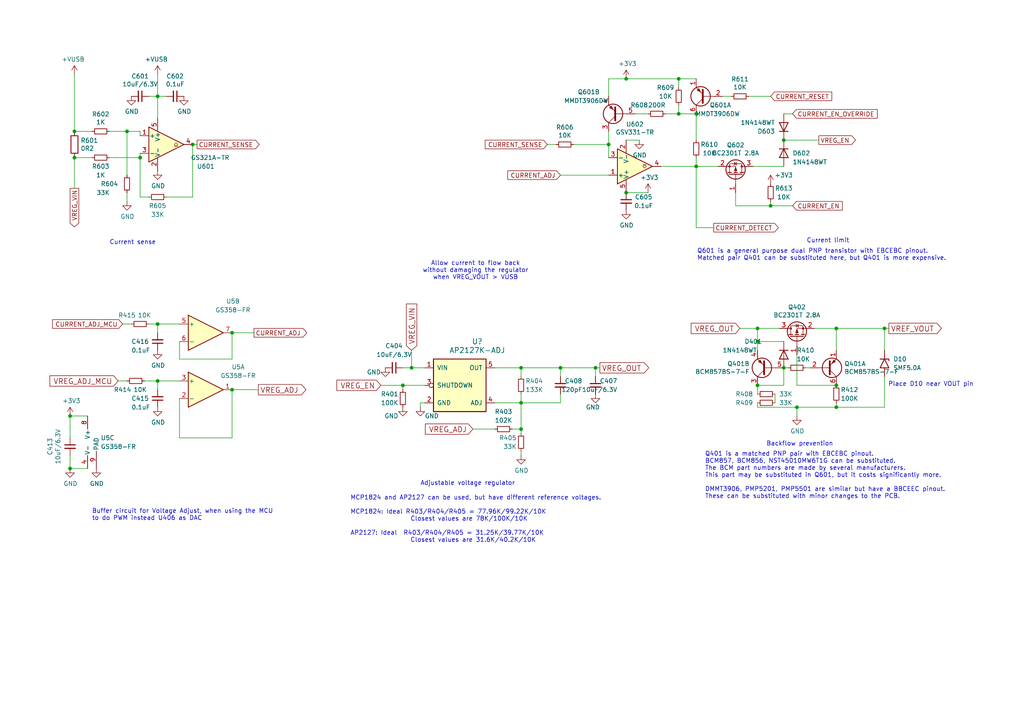
<source format=kicad_sch>
(kicad_sch (version 20231120) (generator "eeschema") (generator_version "8.0")
  (paper "A4")
  (lib_symbols
    (symbol "Amplifier_Operational:LM358_DFN" (pin_names (offset 0.127))
      (property "Reference" "U" (at 0 5.08 0))
      (property "Value" "LM358_DFN" (at 0 -5.08 0))
      (symbol "LM358_DFN_1_1"
        (pin output line (at 7.62 0 180) (length 2.54) (name "~") (number "1"))
        (pin input line (at -7.62 -2.54 0) (length 2.54) (name "-") (number "2"))
        (pin input line (at -7.62 2.54 0) (length 2.54) (name "+") (number "3"))
      )
      (symbol "LM358_DFN_2_1"
        (pin input line (at -7.62 2.54 0) (length 2.54) (name "+") (number "5"))
        (pin input line (at -7.62 -2.54 0) (length 2.54) (name "-") (number "6"))
        (pin output line (at 7.62 0 180) (length 2.54) (name "~") (number "7"))
      )
      (symbol "LM358_DFN_3_1"
        (pin power_in line (at -2.54 -7.62 90) (length 3.81) (name "V-") (number "4"))
        (pin power_in line (at -2.54 7.62 270) (length 3.81) (name "V+") (number "8"))
        (pin power_in line (at 0 -7.62 90) (length 5.08) (name "PAD") (number "9"))
      )
    )
    (symbol "BusPirate-5-rev10-rescue:+3.3V-power" (power) (pin_names (offset 0))
      (property "Value" "+3.3V-power" (at 0 3.556 0))
      (symbol "+3.3V-power_1_1"
        (pin power_in line (at 0 0 90) (length 0) hide (name "+3V3") (number "1"))
      )
    )
    (symbol "Comparator:LMV331" (pin_names (offset 0.127))
      (property "Reference" "U" (at 1.27 5.08 0))
      (property "Value" "LMV331" (at 3.81 -5.08 0))
      (symbol "LMV331_1_1"
        (pin input line (at -7.62 2.54 0) (length 2.54) (name "+") (number "1"))
        (pin power_in line (at -2.54 -7.62 90) (length 3.81) (name "V-") (number "2"))
        (pin input line (at -7.62 -2.54 0) (length 2.54) (name "-") (number "3"))
        (pin open_collector line (at 7.62 0 180) (length 2.54) (name "~") (number "4"))
        (pin power_in line (at -2.54 7.62 270) (length 3.81) (name "V+") (number "5"))
      )
    )
    (symbol "Device:C_Small" (pin_numbers hide) (pin_names (offset 0.254) hide)
      (property "Reference" "C" (at 0.254 1.778 0))
      (property "Value" "C_Small" (at 0.254 -2.032 0))
      (symbol "C_Small_1_1"
        (pin passive line (at 0 2.54 270) (length 2.032) (name "~") (number "1"))
        (pin passive line (at 0 -2.54 90) (length 2.032) (name "~") (number "2"))
      )
    )
    (symbol "Device:R" (pin_numbers hide) (pin_names (offset 0))
      (property "Reference" "R" (at 2.032 0 90))
      (property "Value" "R" (at 0 0 90))
      (symbol "R_1_1"
        (pin passive line (at 0 3.81 270) (length 1.27) (name "~") (number "1"))
        (pin passive line (at 0 -3.81 90) (length 1.27) (name "~") (number "2"))
      )
    )
    (symbol "Device:R_Small" (pin_numbers hide) (pin_names (offset 0.254) hide)
      (property "Reference" "R" (at 0.762 0.508 0))
      (property "Value" "R_Small" (at 0.762 -1.016 0))
      (symbol "R_Small_1_1"
        (pin passive line (at 0 2.54 270) (length 0.762) (name "~") (number "1"))
        (pin passive line (at 0 -2.54 90) (length 0.762) (name "~") (number "2"))
      )
    )
    (symbol "Diode:1N4148WS" (pin_numbers hide) (pin_names hide)
      (property "Reference" "D" (at 0 2.54 0))
      (property "Value" "1N4148WS" (at 0 -2.54 0))
      (symbol "1N4148WS_1_1"
        (pin passive line (at -3.81 0 0) (length 2.54) (name "K") (number "1"))
        (pin passive line (at 3.81 0 180) (length 2.54) (name "A") (number "2"))
      )
    )
    (symbol "Diode:SMAJ5.0A" (pin_numbers hide) (pin_names (offset 1.016) hide)
      (property "Reference" "D" (at 0 2.54 0))
      (property "Value" "SMAJ5.0A" (at 0 -2.54 0))
      (symbol "SMAJ5.0A_1_1"
        (pin passive line (at -3.81 0 0) (length 2.54) (name "A1") (number "1"))
        (pin passive line (at 3.81 0 180) (length 2.54) (name "A2") (number "2"))
      )
    )
    (symbol "Transistor_FET:BSS84" (pin_names hide)
      (property "Reference" "Q" (at 5.08 1.905 0))
      (property "Value" "BSS84" (at 5.08 0 0))
      (symbol "BSS84_1_1"
        (pin input line (at -5.08 0 0) (length 2.54) (name "G") (number "1"))
        (pin passive line (at 2.54 -5.08 90) (length 2.54) (name "S") (number "2"))
        (pin passive line (at 2.54 5.08 270) (length 2.54) (name "D") (number "3"))
      )
    )
    (symbol "dp-power:+VUSB" (power) (pin_names (offset 1.016))
      (property "Value" "+VUSB" (at 0 5.08 0))
      (symbol "+VUSB_1_1"
        (pin power_in line (at 0 0 90) (length 0) hide (name "+VUSB") (number "1"))
      )
    )
    (symbol "dp-vreg:MCP1824" (pin_names (offset 1.016))
      (property "Reference" "U" (at 0 12.7 0))
      (property "Value" "MCP1824" (at 0 10.16 0))
      (symbol "MCP1824_1_1"
        (pin input line (at -10.16 5.08 0) (length 2.54) (name "VIN") (number "1"))
        (pin input line (at -10.16 -5.08 0) (length 2.54) (name "GND") (number "2"))
        (pin input inverted (at -10.16 0 0) (length 2.54) (name "SHUTDOWN") (number "3"))
        (pin input line (at 10.16 -5.08 180) (length 2.54) (name "ADJ") (number "4"))
        (pin power_out line (at 10.16 5.08 180) (length 2.54) (name "OUT") (number "5"))
      )
    )
    (symbol "kicad5-device:Q_DUAL_PNP_PNP_E1B1C2E2B2C1" (pin_names (offset 0) hide)
      (property "Reference" "Q" (at 5.08 1.27 0))
      (property "Value" "Q_DUAL_PNP_PNP_E1B1C2E2B2C1" (at 5.08 -1.27 0))
      (symbol "Q_DUAL_PNP_PNP_E1B1C2E2B2C1_1_1"
        (pin passive line (at 2.54 -5.08 90) (length 2.54) (name "E1") (number "1"))
        (pin input line (at -5.08 0 0) (length 2.54) (name "B1") (number "2"))
        (pin passive line (at 2.54 5.08 270) (length 2.54) (name "C1") (number "6"))
      )
      (symbol "Q_DUAL_PNP_PNP_E1B1C2E2B2C1_2_1"
        (pin passive line (at 2.54 5.08 270) (length 2.54) (name "C2") (number "3"))
        (pin passive line (at 2.54 -5.08 90) (length 2.54) (name "E2") (number "4"))
        (pin input line (at -5.08 0 0) (length 2.54) (name "B2") (number "5"))
      )
    )
    (symbol "power:GND" (power) (pin_names (offset 0))
      (property "Value" "GND" (at 0 -3.81 0))
      (symbol "GND_1_1"
        (pin power_in line (at 0 0 270) (length 0) hide (name "GND") (number "1"))
      )
    )
  )
  (junction (at 219.71 95.25))
  (junction (at 201.93 48.26))
  (junction (at 151.13 106.68))
  (junction (at 227.33 40.64))
  (junction (at 242.57 111.76))
  (junction (at 201.93 33.02))
  (junction (at 231.14 118.11))
  (junction (at 162.56 106.68))
  (junction (at 116.84 111.76))
  (junction (at 219.71 111.76))
  (junction (at 242.57 95.25))
  (junction (at 256.54 95.25))
  (junction (at 20.32 120.65))
  (junction (at 181.61 22.86))
  (junction (at 196.85 33.02))
  (junction (at 45.72 27.94))
  (junction (at 21.59 38.1))
  (junction (at 67.31 113.03))
  (junction (at 40.64 45.72))
  (junction (at 151.13 124.46))
  (junction (at 45.72 93.98))
  (junction (at 119.38 106.68))
  (junction (at 45.72 110.49))
  (junction (at 181.61 55.88))
  (junction (at 172.72 106.68))
  (junction (at 219.71 99.06))
  (junction (at 55.88 41.91))
  (junction (at 242.57 118.11))
  (junction (at 20.32 135.89))
  (junction (at 176.53 41.91))
  (junction (at 227.33 106.68))
  (junction (at 36.83 38.1))
  (junction (at 151.13 116.84))
  (junction (at 196.85 22.86))
  (junction (at 21.59 45.72))
  (junction (at 67.31 96.52))
  (junction (at 223.52 59.69))
  (wire (pts (xy 213.36 59.69) (xy 213.36 55.88)))
  (wire (pts (xy 227.33 106.68) (xy 227.33 111.76)))
  (wire (pts (xy 26.67 45.72) (xy 21.59 45.72)))
  (wire (pts (xy 151.13 132.08) (xy 151.13 130.81)))
  (wire (pts (xy 176.53 50.8) (xy 162.56 50.8)))
  (wire (pts (xy 20.32 132.08) (xy 20.32 135.89)))
  (wire (pts (xy 67.31 127) (xy 67.31 113.03)))
  (wire (pts (xy 176.53 41.91) (xy 176.53 45.72)))
  (wire (pts (xy 52.07 110.49) (xy 45.72 110.49)))
  (wire (pts (xy 223.52 27.94) (xy 217.17 27.94)))
  (wire (pts (xy 151.13 125.73) (xy 151.13 124.46)))
  (wire (pts (xy 20.32 120.65) (xy 20.32 127)))
  (wire (pts (xy 166.37 41.91) (xy 176.53 41.91)))
  (wire (pts (xy 181.61 22.86) (xy 176.53 22.86)))
  (wire (pts (xy 31.75 38.1) (xy 36.83 38.1)))
  (wire (pts (xy 233.68 106.68) (xy 234.95 106.68)))
  (wire (pts (xy 161.29 41.91) (xy 158.75 41.91)))
  (wire (pts (xy 151.13 116.84) (xy 162.56 116.84)))
  (wire (pts (xy 242.57 111.76) (xy 231.14 111.76)))
  (wire (pts (xy 191.77 48.26) (xy 201.93 48.26)))
  (wire (pts (xy 45.72 93.98) (xy 45.72 96.52)))
  (wire (pts (xy 123.19 116.84) (xy 121.92 116.84)))
  (wire (pts (xy 40.64 38.1) (xy 40.64 39.37)))
  (wire (pts (xy 67.31 104.14) (xy 67.31 96.52)))
  (wire (pts (xy 40.64 57.15) (xy 40.64 45.72)))
  (wire (pts (xy 45.72 27.94) (xy 45.72 21.59)))
  (wire (pts (xy 21.59 38.1) (xy 21.59 21.59)))
  (wire (pts (xy 151.13 116.84) (xy 151.13 114.3)))
  (wire (pts (xy 116.84 111.76) (xy 110.49 111.76)))
  (wire (pts (xy 187.96 33.02) (xy 184.15 33.02)))
  (wire (pts (xy 193.04 33.02) (xy 196.85 33.02)))
  (wire (pts (xy 151.13 109.22) (xy 151.13 106.68)))
  (wire (pts (xy 226.06 95.25) (xy 219.71 95.25)))
  (wire (pts (xy 172.72 106.68) (xy 173.99 106.68)))
  (wire (pts (xy 231.14 120.65) (xy 231.14 118.11)))
  (wire (pts (xy 196.85 33.02) (xy 201.93 33.02)))
  (wire (pts (xy 43.18 57.15) (xy 40.64 57.15)))
  (wire (pts (xy 201.93 66.04) (xy 201.93 48.26)))
  (wire (pts (xy 36.83 55.88) (xy 36.83 58.42)))
  (wire (pts (xy 256.54 95.25) (xy 257.81 95.25)))
  (wire (pts (xy 55.88 41.91) (xy 55.88 57.15)))
  (wire (pts (xy 137.16 124.46) (xy 143.51 124.46)))
  (wire (pts (xy 256.54 118.11) (xy 242.57 118.11)))
  (wire (pts (xy 21.59 45.72) (xy 21.59 54.61)))
  (wire (pts (xy 55.88 57.15) (xy 48.26 57.15)))
  (wire (pts (xy 67.31 96.52) (xy 73.66 96.52)))
  (wire (pts (xy 52.07 99.06) (xy 52.07 104.14)))
  (wire (pts (xy 236.22 95.25) (xy 242.57 95.25)))
  (wire (pts (xy 143.51 106.68) (xy 151.13 106.68)))
  (wire (pts (xy 213.36 59.69) (xy 223.52 59.69)))
  (wire (pts (xy 229.87 59.69) (xy 223.52 59.69)))
  (wire (pts (xy 181.61 22.86) (xy 196.85 22.86)))
  (wire (pts (xy 219.71 101.6) (xy 219.71 99.06)))
  (wire (pts (xy 162.56 116.84) (xy 162.56 114.3)))
  (wire (pts (xy 242.57 116.84) (xy 242.57 118.11)))
  (wire (pts (xy 196.85 22.86) (xy 201.93 22.86)))
  (wire (pts (xy 151.13 106.68) (xy 162.56 106.68)))
  (wire (pts (xy 40.64 44.45) (xy 40.64 45.72)))
  (wire (pts (xy 214.63 95.25) (xy 219.71 95.25)))
  (wire (pts (xy 181.61 55.88) (xy 187.96 55.88)))
  (wire (pts (xy 201.93 48.26) (xy 201.93 45.72)))
  (wire (pts (xy 218.44 48.26) (xy 227.33 48.26)))
  (wire (pts (xy 119.38 101.6) (xy 119.38 106.68)))
  (wire (pts (xy 231.14 118.11) (xy 219.71 118.11)))
  (wire (pts (xy 172.72 106.68) (xy 172.72 109.22)))
  (wire (pts (xy 55.88 41.91) (xy 57.15 41.91)))
  (wire (pts (xy 151.13 124.46) (xy 151.13 116.84)))
  (wire (pts (xy 212.09 27.94) (xy 209.55 27.94)))
  (wire (pts (xy 181.61 40.64) (xy 185.42 40.64)))
  (wire (pts (xy 207.01 66.04) (xy 201.93 66.04)))
  (wire (pts (xy 237.49 40.64) (xy 227.33 40.64)))
  (wire (pts (xy 219.71 111.76) (xy 219.71 114.3)))
  (wire (pts (xy 176.53 27.94) (xy 176.53 22.86)))
  (wire (pts (xy 45.72 113.03) (xy 45.72 110.49)))
  (wire (pts (xy 52.07 115.57) (xy 52.07 127)))
  (wire (pts (xy 224.79 114.3) (xy 224.79 116.84)))
  (wire (pts (xy 116.84 106.68) (xy 119.38 106.68)))
  (wire (pts (xy 116.84 113.03) (xy 116.84 111.76)))
  (wire (pts (xy 52.07 127) (xy 67.31 127)))
  (wire (pts (xy 143.51 116.84) (xy 151.13 116.84)))
  (wire (pts (xy 26.67 38.1) (xy 21.59 38.1)))
  (wire (pts (xy 231.14 111.76) (xy 231.14 102.87)))
  (wire (pts (xy 45.72 93.98) (xy 52.07 93.98)))
  (wire (pts (xy 119.38 106.68) (xy 123.19 106.68)))
  (wire (pts (xy 52.07 104.14) (xy 67.31 104.14)))
  (wire (pts (xy 148.59 124.46) (xy 151.13 124.46)))
  (wire (pts (xy 176.53 38.1) (xy 176.53 41.91)))
  (wire (pts (xy 227.33 99.06) (xy 219.71 99.06)))
  (wire (pts (xy 36.83 50.8) (xy 36.83 38.1)))
  (wire (pts (xy 45.72 110.49) (xy 41.91 110.49)))
  (wire (pts (xy 74.93 113.03) (xy 67.31 113.03)))
  (wire (pts (xy 123.19 111.76) (xy 116.84 111.76)))
  (wire (pts (xy 201.93 40.64) (xy 201.93 33.02)))
  (wire (pts (xy 196.85 25.4) (xy 196.85 22.86)))
  (wire (pts (xy 256.54 95.25) (xy 256.54 101.6)))
  (wire (pts (xy 219.71 111.76) (xy 227.33 111.76)))
  (wire (pts (xy 242.57 95.25) (xy 242.57 101.6)))
  (wire (pts (xy 162.56 109.22) (xy 162.56 106.68)))
  (wire (pts (xy 162.56 106.68) (xy 172.72 106.68)))
  (wire (pts (xy 208.28 48.26) (xy 201.93 48.26)))
  (wire (pts (xy 219.71 116.84) (xy 219.71 118.11)))
  (wire (pts (xy 36.83 110.49) (xy 34.29 110.49)))
  (wire (pts (xy 228.6 106.68) (xy 227.33 106.68)))
  (wire (pts (xy 40.64 45.72) (xy 31.75 45.72)))
  (wire (pts (xy 196.85 30.48) (xy 196.85 33.02)))
  (wire (pts (xy 219.71 99.06) (xy 219.71 95.25)))
  (wire (pts (xy 43.18 27.94) (xy 45.72 27.94)))
  (wire (pts (xy 36.83 38.1) (xy 40.64 38.1)))
  (wire (pts (xy 256.54 109.22) (xy 256.54 118.11)))
  (wire (pts (xy 20.32 120.65) (xy 25.4 120.65)))
  (wire (pts (xy 45.72 27.94) (xy 45.72 34.29)))
  (wire (pts (xy 223.52 58.42) (xy 223.52 59.69)))
  (wire (pts (xy 43.18 93.98) (xy 45.72 93.98)))
  (wire (pts (xy 229.87 33.02) (xy 227.33 33.02)))
  (wire (pts (xy 121.92 116.84) (xy 121.92 118.11)))
  (wire (pts (xy 242.57 95.25) (xy 256.54 95.25)))
  (wire (pts (xy 45.72 27.94) (xy 48.26 27.94)))
  (wire (pts (xy 242.57 118.11) (xy 231.14 118.11)))
  (wire (pts (xy 20.32 135.89) (xy 25.4 135.89)))
  (wire (pts (xy 38.1 93.98) (xy 35.56 93.98)))
  (text "Adjustable voltage regulator" (at 121.92 140.97 0) (effects (font (size 1.27 1.27)) (justify left bottom)))
  (text "Backflow prevention" (at 222.25 129.54 0) (effects (font (size 1.27 1.27)) (justify left bottom)))
  (text "Q401 is a matched PNP pair with EBCEBC pinout.\nBCM857, BCM856, NST45010MW6T1G can be substituted. \nThe BCM part numbers are made by several manufacturers.\nThis part may be substituted in Q601, but it costs significantly more.\n\nDMMT3906, PMP5201, PMP5501 are similar but have a BBCEEC pinout.\nThese can be substituted with minor changes to the PCB." (at 204.47 144.78 0) (effects (font (size 1.27 1.27)) (justify left bottom)))
  (text "Current sense" (at 31.75 71.12 0) (effects (font (size 1.27 1.27)) (justify left bottom)))
  (text "Place D10 near VOUT pin" (at 270.002 111.506 0) (effects (font (size 1.27 1.27))))
  (text "Allow current to flow back\nwithout damaging the regulator\nwhen VREG_VOUT > VUSB" (at 137.922 78.486 0) (effects (font (size 1.27 1.27))))
  (text "MCP1824 and AP2127 can be used, but have different reference voltages.\n\nMCP1824: Ideal R403/R404/R405 = 77.96K/99.22K/10K\n                  Closest values are 78K/100K/10K\n\nAP2127: Ideal  R403/R404/R405 = 31.25K/39.77K/10K\n                  Closest values are 31.6K/40.2K/10K" (at 101.6 157.48 0) (effects (font (size 1.27 1.27)) (justify left bottom)))
  (text "Current limit" (at 233.934 70.612 0) (effects (font (size 1.27 1.27)) (justify left bottom)))
  (text "Buffer circuit for Voltage Adjust, when using the MCU\nto do PWM instead U406 as DAC" (at 26.67 151.13 0) (effects (font (size 1.27 1.27)) (justify left bottom)))
  (text "Q601 is a general purpose dual PNP transistor with EBCEBC pinout. \nMatched pair Q401 can be substituted here, but Q401 is more expensive.\n" (at 202.184 75.692 0) (effects (font (size 1.27 1.27)) (justify left bottom)))
  (global_label "CURRENT_ADJ" (shape input) (at 162.56 50.8 180) (property "Intersheetrefs" "${INTERSHEET_REFS}" (effects (hide yes))))
  (global_label "VREG_OUT" (shape input) (at 214.63 95.25 180) (effects (font (size 1.524 1.524))) (property "Intersheetrefs" "${INTERSHEET_REFS}" (effects (hide yes))))
  (global_label "VREG_VIN" (shape output) (at 21.59 54.61 270) (property "Intersheetrefs" "${INTERSHEET_REFS}" (effects (hide yes))))
  (global_label "VREG_ADJ" (shape output) (at 74.93 113.03 0) (effects (font (size 1.524 1.524))) (property "Intersheetrefs" "${INTERSHEET_REFS}" (effects (hide yes))))
  (global_label "CURRENT_ADJ" (shape output) (at 73.66 96.52 0) (property "Intersheetrefs" "${INTERSHEET_REFS}" (effects (hide yes))))
  (global_label "CURRENT_DETECT" (shape output) (at 207.01 66.04 0) (property "Intersheetrefs" "${INTERSHEET_REFS}" (effects (hide yes))))
  (global_label "VREG_ADJ" (shape input) (at 137.16 124.46 180) (effects (font (size 1.524 1.524))) (property "Intersheetrefs" "${INTERSHEET_REFS}" (effects (hide yes))))
  (global_label "VREG_EN" (shape output) (at 237.49 40.64 0) (property "Intersheetrefs" "${INTERSHEET_REFS}" (effects (hide yes))))
  (global_label "VREG_OUT" (shape output) (at 173.99 106.68 0) (effects (font (size 1.524 1.524))) (property "Intersheetrefs" "${INTERSHEET_REFS}" (effects (hide yes))))
  (global_label "VREF_VOUT" (shape output) (at 257.81 95.25 0) (effects (font (size 1.524 1.524))) (property "Intersheetrefs" "${INTERSHEET_REFS}" (effects (hide yes))))
  (global_label "CURRENT_SENSE" (shape input) (at 158.75 41.91 180) (property "Intersheetrefs" "${INTERSHEET_REFS}" (effects (hide yes))))
  (global_label "VREG_EN" (shape input) (at 110.49 111.76 180) (effects (font (size 1.524 1.524))) (property "Intersheetrefs" "${INTERSHEET_REFS}" (effects (hide yes))))
  (global_label "VREG_ADJ_MCU" (shape input) (at 34.29 110.49 180) (effects (font (size 1.524 1.524))) (property "Intersheetrefs" "${INTERSHEET_REFS}" (effects (hide yes))))
  (global_label "CURRENT_SENSE" (shape output) (at 57.15 41.91 0) (property "Intersheetrefs" "${INTERSHEET_REFS}" (effects (hide yes))))
  (global_label "VREG_VIN" (shape input) (at 119.38 101.6 90) (effects (font (size 1.524 1.524))) (property "Intersheetrefs" "${INTERSHEET_REFS}" (effects (hide yes))))
  (global_label "CURRENT_EN" (shape input) (at 229.87 59.69 0) (property "Intersheetrefs" "${INTERSHEET_REFS}" (effects (hide yes))))
  (global_label "CURRENT_EN_OVERRIDE" (shape input) (at 229.87 33.02 0) (property "Intersheetrefs" "${INTERSHEET_REFS}" (effects (hide yes))))
  (global_label "CURRENT_RESET" (shape input) (at 223.52 27.94 0) (property "Intersheetrefs" "${INTERSHEET_REFS}" (effects (hide yes))))
  (global_label "CURRENT_ADJ_MCU" (shape input) (at 35.56 93.98 180) (property "Intersheetrefs" "${INTERSHEET_REFS}" (effects (hide yes))))
  (symbol (lib_id "dp-vreg:MCP1824") (at 133.35 111.76 0) (unit 1)
    (property "Reference" "U?" (at 138.43 99.06 0) (effects (font (size 1.524 1.524))))
    (property "Value" "AP2127K-ADJ" (at 138.43 101.6 0) (effects (font (size 1.524 1.524))))
    (property "Footprint" "Package_TO_SOT_SMD:SOT-23-5" (effects (hide yes)))
    (property "RMB" "2.68" (effects (hide yes)))
    (property "Supplier" " https://item.szlcsc.com/157049.html" (effects (hide yes)))
    (property "szlcsc_partnumber" "C96343" (effects (hide yes)))
    (property "szlcsc_url" "https://item.szlcsc.com/97547.html?fromZone=s_s__%2522AP2127K-ADJ%2522&spm=sc.gb.xh1.zy.n___sc.gb.hd.ss&lcsc_vid=RlENUlJWE1QKBlBWRAVaUFNTT1leBQZXRFNcVAVQQVAxVlNSRFRcV1ZTQFNZVDsOAxUeFF5JWAgaAglIBBsCBBcFWQIBCks%3D" (effects (hide yes)))
    (instances (project "REV0" (path "" (reference "U?") (unit 1)) (path "" (reference "U403") (unit 1))))
  )
  (symbol (lib_id "power:GND") (at 121.92 118.11 0) (unit 1)
    (property "Reference" "#PWR0412" (effects (hide yes)))
    (property "Value" "GND" (at 123.19 120.65 0) (effects (justify left)))
  )
  (symbol (lib_id "Device:C_Small") (at 172.72 111.76 0) (unit 1)
    (property "Reference" "C407" (at 179.07 110.49 0) (effects (justify right)))
    (property "Value" "10uF/6.3V" (at 179.07 113.03 0) (effects (justify right)))
    (property "Footprint" "Capacitor_SMD:C_0402_1005Metric" (effects (hide yes)))
    (property "Description" "CL05A106MQ5NUNC" (effects (hide yes)))
    (property "RMB" "0.037726" (effects (hide yes)))
    (property "Supplier" "https://item.szlcsc.com/1877.html" (effects (hide yes)))
    (property "MANUFACTURER" "Samsung" (effects (hide yes)))
    (property "szlcsc_partnumber" "C15525" (effects (hide yes)))
    (property "szlcsc_url" "https://item.szlcsc.com/16204.html?fromZone=s_s__%2522CL05A106MQ5NUNC%2522&spm=sc.gb.xh1.zy.n___sc.gb.hd.ss&lcsc_vid=RlENUlJWE1QKBlBWRAVaUFNTT1leBQZXRFNcVAVQQVAxVlNSRFRfXlxWQ1hXUDsOAxUeFF5JWAgaAglIBBsCBBcFWQIBCks%3D" (effects (hide yes)))
  )
  (symbol (lib_id "power:GND") (at 172.72 114.3 0) (unit 1)
    (property "Reference" "#PWR0419" (effects (hide yes)))
    (property "Value" "GND" (at 173.99 118.11 0) (effects (justify right)))
  )
  (symbol (lib_id "Device:C_Small") (at 114.3 106.68 270) (unit 1)
    (property "Reference" "C404" (at 114.3 100.33 90))
    (property "Value" "10uF/6.3V" (at 114.3 102.87 90))
    (property "Footprint" "Capacitor_SMD:C_0402_1005Metric" (effects (hide yes)))
    (property "Description" "CL05A106MQ5NUNC" (effects (hide yes)))
    (property "RMB" "0.037726" (effects (hide yes)))
    (property "Supplier" "https://item.szlcsc.com/1877.html" (effects (hide yes)))
    (property "MANUFACTURER" "Samsung" (effects (hide yes)))
    (property "szlcsc_partnumber" "C15525" (effects (hide yes)))
    (property "szlcsc_url" "https://item.szlcsc.com/16204.html?fromZone=s_s__%2522CL05A106MQ5NUNC%2522&spm=sc.gb.xh1.zy.n___sc.gb.hd.ss&lcsc_vid=RlENUlJWE1QKBlBWRAVaUFNTT1leBQZXRFNcVAVQQVAxVlNSRFRfXlxWQ1hXUDsOAxUeFF5JWAgaAglIBBsCBBcFWQIBCks%3D" (effects (hide yes)))
  )
  (symbol (lib_id "power:GND") (at 111.76 106.68 0) (unit 1)
    (property "Reference" "#PWR0410" (effects (hide yes)))
    (property "Value" "GND" (at 110.49 107.95 0) (effects (justify right)))
  )
  (symbol (lib_id "Device:R_Small") (at 116.84 115.57 0) (unit 1)
    (property "Reference" "R401" (at 115.57 114.3 0) (effects (justify right)))
    (property "Value" "100K" (at 115.57 116.84 0) (effects (justify right)))
    (property "Footprint" "Resistor_SMD:R_0402_1005Metric" (effects (hide yes)))
    (property "RMB" "0.005749" (effects (hide yes)))
    (property "Supplier" "https://item.szlcsc.com/61543.html" (effects (hide yes)))
    (property "szlcsc_partnumber" "C25741" (effects (hide yes)))
    (property "szlcsc_url" "https://item.szlcsc.com/26484.html?fromZone=s_s__%2522100K%25200402%2522&spm=sc.gb.xh1.zy.n&lcsc_vid=RlENUlJWE1QKBlBWRAVaUFNTT1leBQZXRFNcVAVQQVAxVlNSRFRcV1ZTQFNZVDsOAxUeFF5JWAgaAglIBBsCBBcFWQIBCks%3D" (effects (hide yes)))
  )
  (symbol (lib_id "power:GND") (at 116.84 118.11 0) (unit 1)
    (property "Reference" "#PWR0411" (effects (hide yes)))
    (property "Value" "GND" (at 115.57 120.65 0) (effects (justify right)))
  )
  (symbol (lib_id "Device:R_Small") (at 151.13 111.76 0) (unit 1)
    (property "Reference" "R404" (at 152.4 110.49 0) (effects (justify left)))
    (property "Value" "133K" (at 152.4 113.03 0) (effects (justify left)))
    (property "Footprint" "Resistor_SMD:R_0402_1005Metric" (effects (hide yes)))
    (property "RMB" "0.005749" (effects (hide yes)))
    (property "Supplier" "https://item.szlcsc.com/61543.html" (effects (hide yes)))
    (property "szlcsc_partnumber" "C25753" (effects (hide yes)))
    (property "szlcsc_url" "https://item.szlcsc.com/26496.html?fromZone=s_s__%2522133K%25200402%2522&spm=sc.gb.xh4.zy.n___sc.gb.hd.ss&lcsc_vid=RlENUlJWE1QKBlBWRAVaUFNTT1leBQZXRFNcVAVQQVAxVlNSRFRcV1ZTQFNZVDsOAxUeFF5JWAgaAglIBBsCBBcFWQIBCks%3D" (effects (hide yes)))
  )
  (symbol (lib_id "Device:R_Small") (at 151.13 128.27 0) (unit 1)
    (property "Reference" "R405" (at 149.86 127 0) (effects (justify right)))
    (property "Value" "33K" (at 149.86 129.54 0) (effects (justify right)))
    (property "Footprint" "Resistor_SMD:R_0402_1005Metric" (effects (hide yes)))
    (property "RMB" "0.004864" (effects (hide yes)))
    (property "Supplier" "https://item.szlcsc.com/61542.html" (effects (hide yes)))
    (property "szlcsc_partnumber" "C25779" (effects (hide yes)))
    (property "szlcsc_url" "https://item.szlcsc.com/26522.html?fromZone=s_s__%252233K%25200402%2522&spm=sc.gb.xh2.zy.n___sc.gb.hd.ss&lcsc_vid=RlENUlJWE1QKBlBWRAVaUFNTT1leBQZXRFNcVAVQQVAxVlNSRFRcV1ZTQFNZVDsOAxUeFF5JWAgaAglIBBsCBBcFWQIBCks%3D" (effects (hide yes)))
  )
  (symbol (lib_id "Device:R_Small") (at 146.05 124.46 90) (unit 1)
    (property "Reference" "R403" (at 146.05 119.38 90))
    (property "Value" "102K" (at 146.05 121.92 90))
    (property "Footprint" "Resistor_SMD:R_0402_1005Metric" (effects (hide yes)))
    (property "RMB" "0.005944" (effects (hide yes)))
    (property "Supplier" "https://item.szlcsc.com/174835.html" (effects (hide yes)))
    (property "szlcsc_partnumber" "C26991" (effects (hide yes)))
    (property "szlcsc_url" "https://item.szlcsc.com/27740.html?fromZone=s_s__%2522102K%25200402%2522&spm=sc.gb.xh3.zy.n___sc.gb.hd.ss&lcsc_vid=RlENUlJWE1QKBlBWRAVaUFNTT1leBQZXRFNcVAVQQVAxVlNSRFRcV1ZTQFNZVDsOAxUeFF5JWAgaAglIBBsCBBcFWQIBCks%3D" (effects (hide yes)))
  )
  (symbol (lib_id "power:GND") (at 151.13 132.08 0) (unit 1)
    (property "Reference" "#PWR0417" (effects (hide yes)))
    (property "Value" "GND" (at 151.257 136.4742 0))
  )
  (symbol (lib_id "Device:R_Small") (at 29.21 38.1 270) (unit 1)
    (property "Reference" "R602" (at 29.21 33.1216 90))
    (property "Value" "1K" (at 29.21 35.433 90))
    (property "Footprint" "Resistor_SMD:R_0402_1005Metric" (effects (hide yes)))
    (property "RMB" "0.005622" (effects (hide yes)))
    (property "Supplier" "https://item.szlcsc.com/107450.html" (effects (hide yes)))
    (property "szlcsc_partnumber" "C11702" (effects (hide yes)))
    (property "szlcsc_url" "https://item.szlcsc.com/12256.html?fromZone=s_s__%25221K%25200402%2522&spm=sc.gb.xh1.zy.n&lcsc_vid=RlENUlJWE1QKBlBWRAVaUFNTT1leBQZXRFNcVAVQQVAxVlNSRFRcV1VURlNcVTsOAxUeFF5JWAgaAglIBBsCBBcFWQIBCks%3D" (effects (hide yes)))
  )
  (symbol (lib_id "Device:R") (at 21.59 41.91 0) (unit 1)
    (property "Reference" "R601" (at 23.368 40.7416 0) (effects (justify left)))
    (property "Value" "0R2" (at 23.368 43.053 0) (effects (justify left)))
    (property "Footprint" "Resistor_SMD:R_2512_6332Metric_Pad1.40x3.35mm_HandSolder" (effects (hide yes)))
    (property "RMB" "0.418328" (effects (hide yes)))
    (property "Supplier" "https://item.szlcsc.com/464030.html" (effects (hide yes)))
  )
  (symbol (lib_id "Device:R_Small") (at 29.21 45.72 270) (unit 1)
    (property "Reference" "R603" (at 29.21 48.26 90))
    (property "Value" "1K" (at 29.21 50.8 90))
    (property "Footprint" "Resistor_SMD:R_0402_1005Metric" (effects (hide yes)))
    (property "RMB" "0.005622" (effects (hide yes)))
    (property "Supplier" "https://item.szlcsc.com/107450.html" (effects (hide yes)))
    (property "szlcsc_partnumber" "C11702" (effects (hide yes)))
    (property "szlcsc_url" "https://item.szlcsc.com/12256.html?fromZone=s_s__%25221K%25200402%2522&spm=sc.gb.xh1.zy.n&lcsc_vid=RlENUlJWE1QKBlBWRAVaUFNTT1leBQZXRFNcVAVQQVAxVlNSRFRcV1VURlNcVTsOAxUeFF5JWAgaAglIBBsCBBcFWQIBCks%3D" (effects (hide yes)))
  )
  (symbol (lib_id "Device:R_Small") (at 36.83 53.34 180) (unit 1)
    (property "Reference" "R604" (at 29.21 53.34 0) (effects (justify right)))
    (property "Value" "33K" (at 27.94 55.88 0) (effects (justify right)))
    (property "Footprint" "Resistor_SMD:R_0402_1005Metric" (effects (hide yes)))
    (property "RMB" "0.005541" (effects (hide yes)))
    (property "Supplier" "https://item.szlcsc.com/141563.html" (effects (hide yes)))
    (property "szlcsc_partnumber" "C25779" (effects (hide yes)))
    (property "szlcsc_url" "https://item.szlcsc.com/26522.html?fromZone=s_s__%252233K%25200402%2522&spm=sc.gb.xh2.zy.n___sc.gb.hd.ss&lcsc_vid=RlENUlJWE1QKBlBWRAVaUFNTT1leBQZXRFNcVAVQQVAxVlNSRFRcV1ZTQFNZVDsOAxUeFF5JWAgaAglIBBsCBBcFWQIBCks%3D" (effects (hide yes)))
  )
  (symbol (lib_id "power:GND") (at 36.83 58.42 0) (unit 1)
    (property "Reference" "#PWR0602" (effects (hide yes)))
    (property "Value" "GND" (at 36.957 62.8142 0))
  )
  (symbol (lib_id "power:GND") (at 45.72 49.53 0) (unit 1)
    (property "Reference" "#PWR0605" (effects (hide yes)))
    (property "Value" "GND" (at 45.847 53.9242 0))
  )
  (symbol (lib_id "Device:R_Small") (at 45.72 57.15 270) (unit 1)
    (property "Reference" "R605" (at 45.72 59.69 90))
    (property "Value" "33K" (at 45.72 62.23 90))
    (property "Footprint" "Resistor_SMD:R_0402_1005Metric" (effects (hide yes)))
    (property "RMB" "0.005541" (effects (hide yes)))
    (property "Supplier" "https://item.szlcsc.com/141563.html" (effects (hide yes)))
    (property "szlcsc_partnumber" "C25779" (effects (hide yes)))
    (property "szlcsc_url" "https://item.szlcsc.com/26522.html?fromZone=s_s__%252233K%25200402%2522&spm=sc.gb.xh2.zy.n___sc.gb.hd.ss&lcsc_vid=RlENUlJWE1QKBlBWRAVaUFNTT1leBQZXRFNcVAVQQVAxVlNSRFRcV1ZTQFNZVDsOAxUeFF5JWAgaAglIBBsCBBcFWQIBCks%3D" (effects (hide yes)))
  )
  (symbol (lib_id "Device:C_Small") (at 50.8 27.94 270) (unit 1)
    (property "Reference" "C602" (at 50.8 22.1234 90))
    (property "Value" "0.1uF" (at 50.8 24.4348 90))
    (property "Footprint" "Capacitor_SMD:C_0402_1005Metric" (effects (hide yes)))
    (property "RMB" "0.00628" (effects (hide yes)))
    (property "Supplier" "https://item.szlcsc.com/1877.html" (effects (hide yes)))
    (property "szlcsc_partnumber" "C1525" (effects (hide yes)))
    (property "szlcsc_url" "https://item.szlcsc.com/1877.html?fromZone=s_s__%25220.1uF%25200402%2522&spm=sc.gb.xh2.zy.n&lcsc_vid=RlENUlJWE1QKBlBWRAVaUFNTT1leBQZXRFNcVAVQQVAxVlNSRFRfXlBUQ1ZeVzsOAxUeFF5JWAgaAglIBBsCBBcFWQIBCks%3D" (effects (hide yes)))
  )
  (symbol (lib_id "Device:C_Small") (at 40.64 27.94 270) (unit 1)
    (property "Reference" "C601" (at 40.64 22.1234 90))
    (property "Value" "10uF/6.3V" (at 40.64 24.4348 90))
    (property "Footprint" "Capacitor_SMD:C_0402_1005Metric" (effects (hide yes)))
    (property "Description" "CL05A106MQ5NUNC" (effects (hide yes)))
    (property "RMB" "0.043101" (effects (hide yes)))
    (property "Supplier" "https://item.szlcsc.com/108589.html" (effects (hide yes)))
    (property "MANUFACTURER" "Samsung" (effects (hide yes)))
    (property "szlcsc_partnumber" "C15525" (effects (hide yes)))
    (property "szlcsc_url" "https://item.szlcsc.com/16204.html?fromZone=s_s__%2522CL05A106MQ5NUNC%2522&spm=sc.gb.xh1.zy.n___sc.gb.hd.ss&lcsc_vid=RlENUlJWE1QKBlBWRAVaUFNTT1leBQZXRFNcVAVQQVAxVlNSRFRfXlxWQ1hXUDsOAxUeFF5JWAgaAglIBBsCBBcFWQIBCks%3D" (effects (hide yes)))
  )
  (symbol (lib_id "power:GND") (at 53.34 27.94 0) (unit 1)
    (property "Reference" "#PWR0606" (effects (hide yes)))
    (property "Value" "GND" (at 53.467 32.3342 0))
  )
  (symbol (lib_id "power:GND") (at 38.1 27.94 0) (unit 1)
    (property "Reference" "#PWR0603" (effects (hide yes)))
    (property "Value" "GND" (at 38.227 32.3342 0))
  )
  (symbol (lib_id "Device:R_Small") (at 163.83 41.91 270) (unit 1)
    (property "Reference" "R606" (at 163.83 36.9316 90))
    (property "Value" "10K" (at 163.83 39.243 90))
    (property "Footprint" "Resistor_SMD:R_0402_1005Metric" (effects (hide yes)))
    (property "szlcsc_partnumber" "C25744" (effects (hide yes)))
    (property "szlcsc_url" "https://item.szlcsc.com/26487.html?fromZone=s_s__%252210K%25200402%2522&spm=sc.gb.xh1.zy.n___sc.gb.hd.ss&lcsc_vid=RlENUlJWE1QKBlBWRAVaUFNTT1leBQZXRFNcVAVQQVAxVlNSRFRcV1ZTQFNZVDsOAxUeFF5JWAgaAglIBBsCBBcFWQIBCks%3D" (effects (hide yes)))
  )
  (symbol (lib_id "BusPirate-5-rev10-rescue:+3.3V-power") (at 181.61 22.86 0) (unit 1)
    (property "Reference" "#PWR0609" (effects (hide yes)))
    (property "Value" "+3V3" (at 181.991 18.4658 0))
  )
  (symbol (lib_id "Device:C_Small") (at 181.61 58.42 0) (unit 1)
    (property "Reference" "C605" (at 186.69 57.15 0))
    (property "Value" "0.1uF" (at 186.69 59.69 0))
    (property "Footprint" "Capacitor_SMD:C_0402_1005Metric" (effects (hide yes)))
    (property "RMB" "0.00628" (effects (hide yes)))
    (property "Supplier" "https://item.szlcsc.com/1877.html" (effects (hide yes)))
    (property "szlcsc_partnumber" "C1525" (effects (hide yes)))
    (property "szlcsc_url" "https://item.szlcsc.com/1877.html?fromZone=s_s__%25220.1uF%25200402%2522&spm=sc.gb.xh2.zy.n&lcsc_vid=RlENUlJWE1QKBlBWRAVaUFNTT1leBQZXRFNcVAVQQVAxVlNSRFRfXlBUQ1ZeVzsOAxUeFF5JWAgaAglIBBsCBBcFWQIBCks%3D" (effects (hide yes)))
  )
  (symbol (lib_id "power:GND") (at 181.61 60.96 0) (unit 1)
    (property "Reference" "#PWR0610" (effects (hide yes)))
    (property "Value" "GND" (at 181.737 65.3542 0))
  )
  (symbol (lib_id "dp-power:+VUSB") (at 45.72 21.59 0) (unit 1)
    (property "Reference" "#PWR0604" (effects (hide yes)))
    (property "Value" "+VUSB" (at 45.339 17.1958 0))
  )
  (symbol (lib_id "dp-power:+VUSB") (at 21.59 21.59 0) (unit 1)
    (property "Reference" "#PWR0601" (effects (hide yes)))
    (property "Value" "+VUSB" (at 21.209 17.1958 0))
  )
  (symbol (lib_id "BusPirate-5-rev10-rescue:+3.3V-power") (at 187.96 55.88 0) (unit 1)
    (property "Reference" "#PWR0612" (effects (hide yes)))
    (property "Value" "+3V3" (at 188.341 51.4858 0))
  )
  (symbol (lib_id "power:GND") (at 185.42 40.64 0) (unit 1)
    (property "Reference" "#PWR0611" (effects (hide yes)))
    (property "Value" "GND" (at 185.547 45.0342 0))
  )
  (symbol (lib_id "Device:R_Small") (at 190.5 33.02 90) (unit 1)
    (property "Reference" "R608" (at 185.42 30.48 90))
    (property "Value" "200R" (at 190.5 30.48 90))
    (property "Footprint" "Resistor_SMD:R_0402_1005Metric" (effects (hide yes)))
    (property "szlcsc_partnumber" "C25087" (effects (hide yes)))
    (property "szlcsc_url" "https://item.szlcsc.com/25830.html?fromZone=s_s__%2522200R%25200402%2522&spm=sc.gb.xh1.zy.n___sc.gb.hd.ss&lcsc_vid=RlENUlJWE1QKBlBWRAVaUFNTT1leBQZXRFNcVAVQQVAxVlNSRFRcV1ZTQFNZVDsOAxUeFF5JWAgaAglIBBsCBBcFWQIBCks%3D" (effects (hide yes)))
  )
  (symbol (lib_id "Device:R_Small") (at 196.85 27.94 0) (unit 1)
    (property "Reference" "R609" (at 193.04 25.4 0))
    (property "Value" "10K" (at 193.04 27.94 0))
    (property "Footprint" "Resistor_SMD:R_0402_1005Metric" (effects (hide yes)))
    (property "szlcsc_partnumber" "C25744" (effects (hide yes)))
    (property "szlcsc_url" "https://item.szlcsc.com/26487.html?fromZone=s_s__%252210K%25200402%2522&spm=sc.gb.xh1.zy.n___sc.gb.hd.ss&lcsc_vid=RlENUlJWE1QKBlBWRAVaUFNTT1leBQZXRFNcVAVQQVAxVlNSRFRcV1ZTQFNZVDsOAxUeFF5JWAgaAglIBBsCBBcFWQIBCks%3D" (effects (hide yes)))
  )
  (symbol (lib_id "Device:R_Small") (at 201.93 43.18 0) (unit 1)
    (property "Reference" "R610" (at 205.74 41.91 0))
    (property "Value" "10K" (at 205.74 44.45 0))
    (property "Footprint" "Resistor_SMD:R_0402_1005Metric" (effects (hide yes)))
    (property "szlcsc_partnumber" "C25744" (effects (hide yes)))
    (property "szlcsc_url" "https://item.szlcsc.com/26487.html?fromZone=s_s__%252210K%25200402%2522&spm=sc.gb.xh1.zy.n___sc.gb.hd.ss&lcsc_vid=RlENUlJWE1QKBlBWRAVaUFNTT1leBQZXRFNcVAVQQVAxVlNSRFRcV1ZTQFNZVDsOAxUeFF5JWAgaAglIBBsCBBcFWQIBCks%3D" (effects (hide yes)))
  )
  (symbol (lib_id "Transistor_FET:BSS84") (at 213.36 50.8 270) (mirror x) (unit 1)
    (property "Reference" "Q602" (at 213.36 42.0878 90))
    (property "Value" "BC2301T 2.8A" (at 213.36 44.3992 90))
    (property "Footprint" "library:SOT-523" (effects (hide yes)))
    (property "Datasheet" "http://www.aosmd.com/pdfs/datasheet/AO3401A.pdf" (effects (hide yes)))
    (property "RMB" "0.232494" (effects (hide yes)))
    (property "Supplier" "https://item.szlcsc.com/76686.html" (effects (hide yes)))
    (property "szlcsc_partnumber" "C21714127" (effects (hide yes)))
    (property "szlcsc_url" "https://item.szlcsc.com/23141038.html?fromZone=s_s__%2522BC2301T%25202.8A%2522&spm=sc.gb.xh1.zy.n___sc.gb.hd.ss&lcsc_vid=RlENUlJWE1QKBlBWRAVaUFNTT1leBQZXRFNcVAVQQVAxVlNSRFRfXlxWQ1hXUDsOAxUeFF5JWAgaAglIBBsCBBcFWQIBCks%3D" (effects (hide yes)))
  )
  (symbol (lib_id "Device:R_Small") (at 223.52 55.88 0) (unit 1)
    (property "Reference" "R613" (at 227.33 54.61 0))
    (property "Value" "10K" (at 227.33 57.15 0))
    (property "Footprint" "Resistor_SMD:R_0402_1005Metric" (effects (hide yes)))
    (property "szlcsc_partnumber" "C25744" (effects (hide yes)))
    (property "szlcsc_url" "https://item.szlcsc.com/26487.html?fromZone=s_s__%252210K%25200402%2522&spm=sc.gb.xh1.zy.n___sc.gb.hd.ss&lcsc_vid=RlENUlJWE1QKBlBWRAVaUFNTT1leBQZXRFNcVAVQQVAxVlNSRFRcV1ZTQFNZVDsOAxUeFF5JWAgaAglIBBsCBBcFWQIBCks%3D" (effects (hide yes)))
  )
  (symbol (lib_id "BusPirate-5-rev10-rescue:+3.3V-power") (at 223.52 53.34 0) (unit 1)
    (property "Reference" "#PWR0613" (effects (hide yes)))
    (property "Value" "+3V3" (at 227.33 50.8 0))
  )
  (symbol (lib_id "Device:R_Small") (at 214.63 27.94 270) (unit 1)
    (property "Reference" "R611" (at 214.63 22.9616 90))
    (property "Value" "10K" (at 214.63 25.273 90))
    (property "Footprint" "Resistor_SMD:R_0402_1005Metric" (effects (hide yes)))
    (property "szlcsc_partnumber" "C25744" (effects (hide yes)))
    (property "szlcsc_url" "https://item.szlcsc.com/26487.html?fromZone=s_s__%252210K%25200402%2522&spm=sc.gb.xh1.zy.n___sc.gb.hd.ss&lcsc_vid=RlENUlJWE1QKBlBWRAVaUFNTT1leBQZXRFNcVAVQQVAxVlNSRFRcV1ZTQFNZVDsOAxUeFF5JWAgaAglIBBsCBBcFWQIBCks%3D" (effects (hide yes)))
  )
  (symbol (lib_id "kicad5-device:Q_DUAL_PNP_PNP_E1B1C2E2B2C1") (at 204.47 27.94 180) (unit 1)
    (property "Reference" "Q601" (at 212.09 30.48 0) (effects (justify left)))
    (property "Value" "MMDT3906DW" (at 214.63 33.02 0) (effects (justify left)))
    (property "Footprint" "Package_TO_SOT_SMD:SOT-363_SC-70-6" (effects (hide yes)))
    (property "szlcsc_partnumber" "C2836075" (effects (hide yes)))
    (property "szlcsc_url" "https://item.szlcsc.com/3001696.html" (effects (hide yes)))
  )
  (symbol (lib_id "kicad5-device:Q_DUAL_PNP_PNP_E1B1C2E2B2C1") (at 179.07 33.02 180) (unit 2)
    (property "Reference" "Q601" (at 173.99 26.67 0) (effects (justify left)))
    (property "Value" "MMDT3906DW" (at 176.53 29.21 0) (effects (justify left)))
    (property "Footprint" "Package_TO_SOT_SMD:SOT-363_SC-70-6" (effects (hide yes)))
    (property "szlcsc_partnumber" "C2836075" (effects (hide yes)))
    (property "szlcsc_url" "https://item.szlcsc.com/3001696.html" (effects (hide yes)))
  )
  (symbol (lib_id "Diode:1N4148WS") (at 227.33 44.45 270) (unit 1)
    (property "Reference" "D602" (at 229.87 44.45 90) (effects (justify left)))
    (property "Value" "1N4148WT" (at 229.87 46.99 90) (effects (justify left)))
    (property "Footprint" "Diode_SMD:D_SOD-523" (effects (hide yes)))
    (property "Datasheet" "https://www.vishay.com/docs/85751/1n4148ws.pdf" (effects (hide yes)))
    (property "RMB" "0.182079" (effects (hide yes)))
    (property "Supplier" "https://item.szlcsc.com/120141.html" (effects (hide yes)))
    (property "szlcsc_partnumber" "C2828426" (effects (hide yes)))
    (property "szlcsc_url" "https://item.szlcsc.com/2976401.html?fromZone=s_s__%25221N4148WT%2522&spm=sc.gb.xh1.zy.n___sc.gb.hd.ss&lcsc_vid=RlENUlJWE1QKBlBWRAVaUFNTT1leBQZXRFNcVAVQQVAxVlNSRFRfXlBUQ1ZeVzsOAxUeFF5JWAgaAglIBBsCBBcFWQIBCks%3D" (effects (hide yes)))
  )
  (symbol (lib_id "Diode:1N4148WS") (at 227.33 36.83 90) (unit 1)
    (property "Reference" "D603" (at 224.79 38.1 90) (effects (justify left)))
    (property "Value" "1N4148WT" (at 224.79 35.56 90) (effects (justify left)))
    (property "Footprint" "Diode_SMD:D_SOD-523" (effects (hide yes)))
    (property "Datasheet" "https://www.vishay.com/docs/85751/1n4148ws.pdf" (effects (hide yes)))
    (property "RMB" "0.182079" (effects (hide yes)))
    (property "Supplier" "https://item.szlcsc.com/120141.html" (effects (hide yes)))
    (property "szlcsc_partnumber" "C2828426" (effects (hide yes)))
    (property "szlcsc_url" "https://item.szlcsc.com/2976401.html?fromZone=s_s__%25221N4148WT%2522&spm=sc.gb.xh1.zy.n___sc.gb.hd.ss&lcsc_vid=RlENUlJWE1QKBlBWRAVaUFNTT1leBQZXRFNcVAVQQVAxVlNSRFRfXlBUQ1ZeVzsOAxUeFF5JWAgaAglIBBsCBBcFWQIBCks%3D" (effects (hide yes)))
  )
  (symbol (lib_id "Device:C_Small") (at 162.56 111.76 0) (unit 1)
    (property "Reference" "C408" (at 168.91 110.49 0) (effects (justify right)))
    (property "Value" "120pF" (at 168.91 113.03 0) (effects (justify right)))
    (property "Footprint" "Capacitor_SMD:C_0402_1005Metric" (effects (hide yes)))
    (property "RMB" "0.037726" (effects (hide yes)))
    (property "Supplier" "https://item.szlcsc.com/1877.html" (effects (hide yes)))
    (property "szlcsc_partnumber" "C307442" (effects (hide yes)))
    (property "szlcsc_url" "https://item.szlcsc.com/291116.html?fromZone=s_s__%2522120pf%25200402%2522&spm=sc.gb.xh8.zy.n&lcsc_vid=RlENUlJWE1QKBlBWRAVaUFNTT1leBQZXRFNcVAVQQVAxVlNSRFRfXlFXQlZXVzsOAxUeFF5JWAgaAglIBBsCBBcFWQIBCks%3D" (effects (hide yes)))
  )
  (symbol (lib_id "Comparator:LMV331") (at 184.15 48.26 0) (mirror x) (unit 1)
    (property "Reference" "U602" (at 184.15 36.0426 0))
    (property "Value" "GSV331-TR" (at 184.15 38.354 0))
    (property "Footprint" "Package_TO_SOT_SMD:SOT-23-5" (effects (hide yes)))
    (property "Datasheet" "http://www.ti.com/lit/ds/symlink/lmv331.pdf" (effects (hide yes)))
    (property "szlcsc_partnumber" "C2927687" (effects (hide yes)))
    (property "szlcsc_url" "https://item.szlcsc.com/3256341.html?fromZone=s_s__%2522GSV331-TR%2522&spm=sc.gb.xh1.zy.n___sc.gb.hd.ss&lcsc_vid=RlENUlJWE1QKBlBWRAVaUFNTT1leBQZXRFNcVAVQQVAxVlNSRFRcV1ZTQFNZVDsOAxUeFF5JWAgaAglIBBsCBBcFWQIBCks%3D" (effects (hide yes)))
  )
  (symbol (lib_id "Comparator:LMV331") (at 48.26 41.91 0) (unit 1)
    (property "Reference" "U601" (at 59.69 48.26 0))
    (property "Value" "GS321A-TR" (at 60.96 45.72 0))
    (property "Footprint" "Package_TO_SOT_SMD:SOT-23-5" (effects (hide yes)))
    (property "Datasheet" "http://www.ti.com/lit/ds/symlink/lmv331.pdf" (effects (hide yes)))
    (property "szlcsc_partnumber" "C431318" (effects (hide yes)))
    (property "szlcsc_url" "https://item.szlcsc.com/427641.html?fromZone=s_s__%2522GS321A-TR%2522&spm=sc.gb.xh1.zy.n___sc.gb.hd.ss&lcsc_vid=RlENUlJWE1QKBlBWRAVaUFNTT1leBQZXRFNcVAVQQVAxVlNSRFRcV1ZTQFNZVDsOAxUeFF5JWAgaAglIBBsCBBcFWQIBCks%3D" (effects (hide yes)))
  )
  (symbol (lib_id "Amplifier_Operational:LM358_DFN") (at 59.69 113.03 0) (unit 1)
    (property "Reference" "U5" (at 69.088 106.426 0))
    (property "Value" "GS358-FR" (at 69.088 108.966 0))
    (property "Footprint" "Package_DFN_QFN:DFN-8-1EP_2x2mm_P0.5mm_EP1.05x1.75mm" (effects (hide yes)))
    (property "Datasheet" "www.st.com/resource/en/datasheet/lm358.pdf" (effects (hide yes)))
    (property "Description" "Low-Power, Dual Operational Amplifiers, DFN-8" (effects (hide yes)))
    (property "szlcsc_partnumber" "C431311" (effects (hide yes)))
    (property "szlcsc_url" "https://item.szlcsc.com/427634.html?fromZone=s_s__%2522GS358%2522&spm=sc.gb.xh1.zy.n___sc.gb.hd.ss&lcsc_vid=RlENUlJWE1QKBlBWRAVaUFNTT1leBQZXRFNcVAVQQVAxVlNSRFRcV1ZTQFNZVDsOAxUeFF5JWAgaAglIBBsCBBcFWQIBCks%3D" (effects (hide yes)))
  )
  (symbol (lib_id "power:GND") (at 20.32 135.89 0) (unit 1)
    (property "Reference" "#PWR052" (effects (hide yes)))
    (property "Value" "GND" (at 20.447 140.2842 0))
  )
  (symbol (lib_id "Device:R_Small") (at 39.37 110.49 270) (unit 1)
    (property "Reference" "R414" (at 35.56 113.03 90))
    (property "Value" "10K" (at 40.64 113.03 90))
    (property "Footprint" "Resistor_SMD:R_0402_1005Metric" (effects (hide yes)))
    (property "szlcsc_partnumber" "C25744" (effects (hide yes)))
    (property "szlcsc_url" "https://item.szlcsc.com/26487.html?fromZone=s_s__%252210K%25200402%2522&spm=sc.gb.xh1.zy.n___sc.gb.hd.ss&lcsc_vid=RlENUlJWE1QKBlBWRAVaUFNTT1leBQZXRFNcVAVQQVAxVlNSRFRcV1ZTQFNZVDsOAxUeFF5JWAgaAglIBBsCBBcFWQIBCks%3D" (effects (hide yes)))
  )
  (symbol (lib_id "Diode:SMAJ5.0A") (at 256.54 105.41 270) (unit 1)
    (property "Reference" "D10" (at 259.08 104.1399 90) (effects (justify left)))
    (property "Value" "SMF5.0A" (at 259.08 106.6799 90) (effects (justify left)))
    (property "Footprint" "Diode_SMD:D_SMF" (effects (hide yes)))
    (property "szlcsc_partnumber" "C151296" (effects (hide yes)))
    (property "szlcsc_url" "https://item.szlcsc.com/162636.html?fromZone=s_s__%2522SMF5.0A%2522&spm=sc.gb.xh1.zy.n___sc.gb.hd.ss&lcsc_vid=RlENUlJWE1QKBlBWRAVaUFNTT1leBQZXRFNcVAVQQVAxVlNSRVhfXlFQRFVfUzsOAxUeFF5JWAgaAglIBBsCBBcFWQIBCks%3D" (effects (hide yes)))
  )
  (symbol (lib_id "Device:C_Small") (at 45.72 99.06 180) (unit 1)
    (property "Reference" "C416" (at 38.1 99.06 0) (effects (justify right)))
    (property "Value" "0.1uF" (at 38.1 101.6 0) (effects (justify right)))
    (property "Footprint" "Capacitor_SMD:C_0402_1005Metric" (effects (hide yes)))
    (property "szlcsc_partnumber" "C1525" (effects (hide yes)))
    (property "szlcsc_url" "https://item.szlcsc.com/1877.html?fromZone=s_s__%25220.1uF%25200402%2522&spm=sc.gb.xh2.zy.n&lcsc_vid=RlENUlJWE1QKBlBWRAVaUFNTT1leBQZXRFNcVAVQQVAxVlNSRFRfXlBUQ1ZeVzsOAxUeFF5JWAgaAglIBBsCBBcFWQIBCks%3D" (effects (hide yes)))
  )
  (symbol (lib_id "Device:R_Small") (at 40.64 93.98 270) (unit 1)
    (property "Reference" "R415" (at 36.83 91.44 90))
    (property "Value" "10K" (at 41.91 91.44 90))
    (property "Footprint" "Resistor_SMD:R_0402_1005Metric" (effects (hide yes)))
    (property "szlcsc_partnumber" "C25744" (effects (hide yes)))
    (property "szlcsc_url" "https://item.szlcsc.com/26487.html?fromZone=s_s__%252210K%25200402%2522&spm=sc.gb.xh1.zy.n___sc.gb.hd.ss&lcsc_vid=RlENUlJWE1QKBlBWRAVaUFNTT1leBQZXRFNcVAVQQVAxVlNSRFRcV1ZTQFNZVDsOAxUeFF5JWAgaAglIBBsCBBcFWQIBCks%3D" (effects (hide yes)))
  )
  (symbol (lib_id "Diode:1N4148WS") (at 227.33 102.87 270) (unit 1)
    (property "Reference" "D401" (at 215.9 99.06 90) (effects (justify left)))
    (property "Value" "1N4148WT" (at 209.55 101.6 90) (effects (justify left)))
    (property "Footprint" "Diode_SMD:D_SOD-523" (effects (hide yes)))
    (property "Datasheet" "https://www.vishay.com/docs/85751/1n4148ws.pdf" (effects (hide yes)))
    (property "RMB" "0.182079" (effects (hide yes)))
    (property "Supplier" "https://item.szlcsc.com/120141.html" (effects (hide yes)))
    (property "szlcsc_partnumber" "C2828426" (effects (hide yes)))
    (property "szlcsc_url" "https://item.szlcsc.com/2976401.html?fromZone=s_s__%25221N4148WT%2522&spm=sc.gb.xh1.zy.n___sc.gb.hd.ss&lcsc_vid=RlENUlJWE1QKBlBWRAVaUFNTT1leBQZXRFNcVAVQQVAxVlNSRFRfXlBUQ1ZeVzsOAxUeFF5JWAgaAglIBBsCBBcFWQIBCks%3D" (effects (hide yes)))
  )
  (symbol (lib_id "BusPirate-5-rev10-rescue:+3.3V-power") (at 20.32 120.65 0) (unit 1)
    (property "Reference" "#PWR053" (effects (hide yes)))
    (property "Value" "+3V3" (at 20.701 116.2558 0))
  )
  (symbol (lib_id "Device:R_Small") (at 231.14 106.68 270) (unit 1)
    (property "Reference" "R410" (at 236.22 101.6 90) (effects (justify right)))
    (property "Value" "10K" (at 234.95 104.14 90) (effects (justify right)))
    (property "Footprint" "Resistor_SMD:R_0402_1005Metric" (effects (hide yes)))
    (property "RMB" "0.005541" (effects (hide yes)))
    (property "Supplier" "https://item.szlcsc.com/141563.html" (effects (hide yes)))
    (property "szlcsc_partnumber" "C25744" (effects (hide yes)))
    (property "szlcsc_url" "https://item.szlcsc.com/26487.html?fromZone=s_s__%252210K%25200402%2522&spm=sc.gb.xh1.zy.n___sc.gb.hd.ss&lcsc_vid=RlENUlJWE1QKBlBWRAVaUFNTT1leBQZXRFNcVAVQQVAxVlNSRFRcV1ZTQFNZVDsOAxUeFF5JWAgaAglIBBsCBBcFWQIBCks%3D" (effects (hide yes)))
  )
  (symbol (lib_id "Device:R_Small") (at 222.25 114.3 270) (unit 1)
    (property "Reference" "R408" (at 218.44 114.3 90) (effects (justify right)))
    (property "Value" "33K" (at 229.87 114.3 90) (effects (justify right)))
    (property "Footprint" "Resistor_SMD:R_0402_1005Metric" (effects (hide yes)))
    (property "RMB" "0.005541" (effects (hide yes)))
    (property "Supplier" "https://item.szlcsc.com/141563.html" (effects (hide yes)))
    (property "szlcsc_partnumber" "C25779" (effects (hide yes)))
    (property "szlcsc_url" "https://item.szlcsc.com/26522.html?fromZone=s_s__%252233K%25200402%2522&spm=sc.gb.xh2.zy.n___sc.gb.hd.ss&lcsc_vid=RlENUlJWE1QKBlBWRAVaUFNTT1leBQZXRFNcVAVQQVAxVlNSRFRcV1ZTQFNZVDsOAxUeFF5JWAgaAglIBBsCBBcFWQIBCks%3D" (effects (hide yes)))
  )
  (symbol (lib_id "power:GND") (at 231.14 120.65 0) (unit 1)
    (property "Reference" "#PWR020" (effects (hide yes)))
    (property "Value" "GND" (at 231.267 125.0442 0))
  )
  (symbol (lib_id "power:GND") (at 45.72 118.11 0) (unit 1)
    (property "Reference" "#PWR051" (effects (hide yes)))
    (property "Value" "GND" (at 45.847 122.5042 0))
  )
  (symbol (lib_id "power:GND") (at 45.72 101.6 0) (unit 1)
    (property "Reference" "#PWR095" (effects (hide yes)))
    (property "Value" "GND" (at 45.847 105.9942 0))
  )
  (symbol (lib_id "kicad5-device:Q_DUAL_PNP_PNP_E1B1C2E2B2C1") (at 222.25 106.68 180) (unit 2)
    (property "Reference" "Q401" (at 217.3986 105.5116 0) (effects (justify left)))
    (property "Value" "BCM857BS-7-F" (at 217.3986 107.823 0) (effects (justify left)))
    (property "Footprint" "Package_TO_SOT_SMD:SOT-363_SC-70-6" (effects (hide yes)))
    (property "szlcsc_partnumber" "C105896" (effects (hide yes)))
    (property "szlcsc_url" "https://item.szlcsc.com/107111.html" (effects (hide yes)))
  )
  (symbol (lib_id "Device:R_Small") (at 222.25 116.84 270) (unit 1)
    (property "Reference" "R409" (at 218.44 116.84 90) (effects (justify right)))
    (property "Value" "33K" (at 229.87 116.84 90) (effects (justify right)))
    (property "Footprint" "Resistor_SMD:R_0402_1005Metric" (effects (hide yes)))
    (property "RMB" "0.005541" (effects (hide yes)))
    (property "Supplier" "https://item.szlcsc.com/141563.html" (effects (hide yes)))
    (property "szlcsc_partnumber" "C25779" (effects (hide yes)))
    (property "szlcsc_url" "https://item.szlcsc.com/26522.html?fromZone=s_s__%252233K%25200402%2522&spm=sc.gb.xh2.zy.n___sc.gb.hd.ss&lcsc_vid=RlENUlJWE1QKBlBWRAVaUFNTT1leBQZXRFNcVAVQQVAxVlNSRFRcV1ZTQFNZVDsOAxUeFF5JWAgaAglIBBsCBBcFWQIBCks%3D" (effects (hide yes)))
  )
  (symbol (lib_id "kicad5-device:Q_DUAL_PNP_PNP_E1B1C2E2B2C1") (at 240.03 106.68 0) (mirror x) (unit 1)
    (property "Reference" "Q401" (at 244.8814 105.5116 0) (effects (justify left)))
    (property "Value" "BCM857BS-7-F" (at 244.8814 107.823 0) (effects (justify left)))
    (property "Footprint" "Package_TO_SOT_SMD:SOT-363_SC-70-6" (effects (hide yes)))
    (property "szlcsc_partnumber" "C105896" (effects (hide yes)))
    (property "szlcsc_url" "https://item.szlcsc.com/107111.html" (effects (hide yes)))
  )
  (symbol (lib_id "Transistor_FET:BSS84") (at 231.14 97.79 90) (unit 1)
    (property "Reference" "Q402" (at 231.14 89.0778 90))
    (property "Value" "BC2301T 2.8A" (at 231.14 91.3892 90))
    (property "Footprint" "library:SOT-523" (effects (hide yes)))
    (property "Datasheet" "http://www.aosmd.com/pdfs/datasheet/AO3401A.pdf" (effects (hide yes)))
    (property "RMB" "0.232494" (effects (hide yes)))
    (property "Supplier" "https://item.szlcsc.com/76686.html" (effects (hide yes)))
    (property "szlcsc_partnumber" "C21714127" (effects (hide yes)))
    (property "szlcsc_url" "https://item.szlcsc.com/23141038.html?fromZone=s_s__%2522BC2301T%25202.8A%2522&spm=sc.gb.xh1.zy.n___sc.gb.hd.ss&lcsc_vid=RlENUlJWE1QKBlBWRAVaUFNTT1leBQZXRFNcVAVQQVAxVlNSRFRfXlxWQ1hXUDsOAxUeFF5JWAgaAglIBBsCBBcFWQIBCks%3D" (effects (hide yes)))
  )
  (symbol (lib_id "Amplifier_Operational:LM358_DFN") (at 27.94 128.27 0) (unit 3)
    (property "Reference" "U5" (at 29.21 126.9999 0) (effects (justify left)))
    (property "Value" "GS358-FR" (at 29.21 129.5399 0) (effects (justify left)))
    (property "Footprint" "Package_DFN_QFN:DFN-8-1EP_2x2mm_P0.5mm_EP1.05x1.75mm" (effects (hide yes)))
    (property "Datasheet" "www.st.com/resource/en/datasheet/lm358.pdf" (effects (hide yes)))
    (property "Description" "Low-Power, Dual Operational Amplifiers, DFN-8" (effects (hide yes)))
    (property "szlcsc_partnumber" "C431311" (effects (hide yes)))
    (property "szlcsc_url" "https://item.szlcsc.com/427634.html?fromZone=s_s__%2522GS358%2522&spm=sc.gb.xh1.zy.n___sc.gb.hd.ss&lcsc_vid=RlENUlJWE1QKBlBWRAVaUFNTT1leBQZXRFNcVAVQQVAxVlNSRFRcV1ZTQFNZVDsOAxUeFF5JWAgaAglIBBsCBBcFWQIBCks%3D" (effects (hide yes)))
  )
  (symbol (lib_id "Device:C_Small") (at 20.32 129.54 0) (unit 1)
    (property "Reference" "C413" (at 14.5034 129.54 90))
    (property "Value" "10uF/6.3V" (at 16.8148 129.54 90))
    (property "Footprint" "Capacitor_SMD:C_0402_1005Metric" (effects (hide yes)))
    (property "Description" "CL05A106MQ5NUNC" (effects (hide yes)))
    (property "RMB" "0.043101" (effects (hide yes)))
    (property "Supplier" "https://item.szlcsc.com/108589.html" (effects (hide yes)))
    (property "szlcsc_partnumber" "C15525" (effects (hide yes)))
    (property "szlcsc_url" "https://item.szlcsc.com/16204.html?fromZone=s_s__%2522CL05A106MQ5NUNC%2522&spm=sc.gb.xh1.zy.n___sc.gb.hd.ss&lcsc_vid=RlENUlJWE1QKBlBWRAVaUFNTT1leBQZXRFNcVAVQQVAxVlNSRFRfXlxWQ1hXUDsOAxUeFF5JWAgaAglIBBsCBBcFWQIBCks%3D" (effects (hide yes)))
    (property "MANUFACTURER" "Samsung" (effects (hide yes)))
  )
  (symbol (lib_id "Amplifier_Operational:LM358_DFN") (at 59.69 96.52 0) (unit 2)
    (property "Reference" "U5" (at 67.564 87.376 0))
    (property "Value" "GS358-FR" (at 67.564 89.916 0))
    (property "Footprint" "Package_DFN_QFN:DFN-8-1EP_2x2mm_P0.5mm_EP1.05x1.75mm" (effects (hide yes)))
    (property "Datasheet" "www.st.com/resource/en/datasheet/lm358.pdf" (effects (hide yes)))
    (property "Description" "Low-Power, Dual Operational Amplifiers, DFN-8" (effects (hide yes)))
    (property "szlcsc_partnumber" "C431311" (effects (hide yes)))
    (property "szlcsc_url" "https://item.szlcsc.com/427634.html?fromZone=s_s__%2522GS358%2522&spm=sc.gb.xh1.zy.n___sc.gb.hd.ss&lcsc_vid=RlENUlJWE1QKBlBWRAVaUFNTT1leBQZXRFNcVAVQQVAxVlNSRFRcV1ZTQFNZVDsOAxUeFF5JWAgaAglIBBsCBBcFWQIBCks%3D" (effects (hide yes)))
  )
  (symbol (lib_id "Device:C_Small") (at 45.72 115.57 180) (unit 1)
    (property "Reference" "C415" (at 38.1 115.57 0) (effects (justify right)))
    (property "Value" "0.1uF" (at 38.1 118.11 0) (effects (justify right)))
    (property "Footprint" "Capacitor_SMD:C_0402_1005Metric" (effects (hide yes)))
    (property "szlcsc_partnumber" "C1525" (effects (hide yes)))
    (property "szlcsc_url" "https://item.szlcsc.com/1877.html?fromZone=s_s__%25220.1uF%25200402%2522&spm=sc.gb.xh2.zy.n&lcsc_vid=RlENUlJWE1QKBlBWRAVaUFNTT1leBQZXRFNcVAVQQVAxVlNSRFRfXlBUQ1ZeVzsOAxUeFF5JWAgaAglIBBsCBBcFWQIBCks%3D" (effects (hide yes)))
  )
  (symbol (lib_id "power:GND") (at 27.94 135.89 0) (unit 1)
    (property "Reference" "#PWR094" (effects (hide yes)))
    (property "Value" "GND" (at 28.067 140.2842 0))
  )
  (symbol (lib_id "Device:R_Small") (at 242.57 114.3 0) (unit 1)
    (property "Reference" "R412" (at 243.84 113.03 0) (effects (justify left)))
    (property "Value" "100K" (at 243.84 115.57 0) (effects (justify left)))
    (property "Footprint" "Resistor_SMD:R_0402_1005Metric" (effects (hide yes)))
    (property "RMB" "0.005749" (effects (hide yes)))
    (property "Supplier" "https://item.szlcsc.com/61543.html" (effects (hide yes)))
    (property "szlcsc_partnumber" "C25741" (effects (hide yes)))
    (property "szlcsc_url" "https://item.szlcsc.com/26484.html?fromZone=s_s__%2522100K%25200402%2522&spm=sc.gb.xh1.zy.n&lcsc_vid=RlENUlJWE1QKBlBWRAVaUFNTT1leBQZXRFNcVAVQQVAxVlNSRFRcV1ZTQFNZVDsOAxUeFF5JWAgaAglIBBsCBBcFWQIBCks%3D" (effects (hide yes)))
  )
)
</source>
